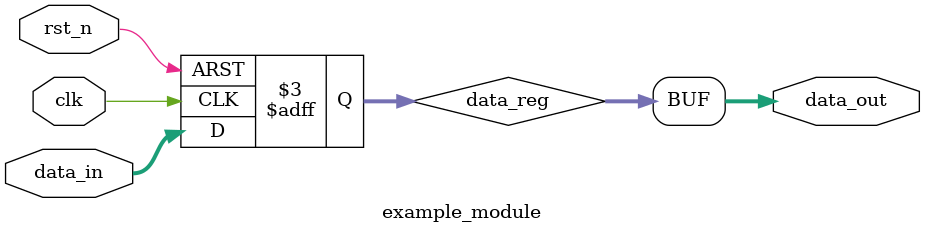
<source format=v>
module example_module(
  input  wire        clk,
  input  wire        rst_n,
  input  wire [31:0] data_in,
  output wire [31:0] data_out
);
  reg [31:0] data_reg;

  always @ (posedge clk or negedge rst_n) begin
    if (~rst_n) begin
      data_reg <= 32'd0;
    end else begin
      data_reg <= data_in;
    end
  end

  assign data_out = data_reg;

  // Potential bug: data_reg is not properly synchronized
  // with the clock and reset signals, which could lead to
  // unexpected behavior in certain situations.
endmodule
</source>
